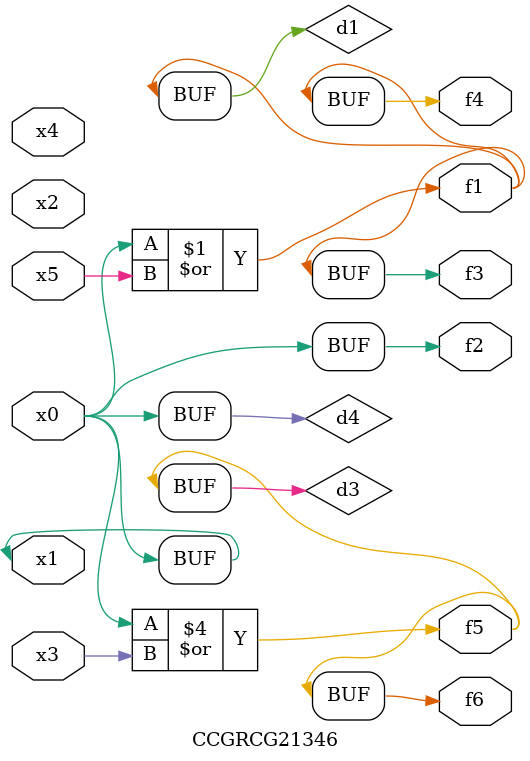
<source format=v>
module CCGRCG21346(
	input x0, x1, x2, x3, x4, x5,
	output f1, f2, f3, f4, f5, f6
);

	wire d1, d2, d3, d4;

	or (d1, x0, x5);
	xnor (d2, x1, x4);
	or (d3, x0, x3);
	buf (d4, x0, x1);
	assign f1 = d1;
	assign f2 = d4;
	assign f3 = d1;
	assign f4 = d1;
	assign f5 = d3;
	assign f6 = d3;
endmodule

</source>
